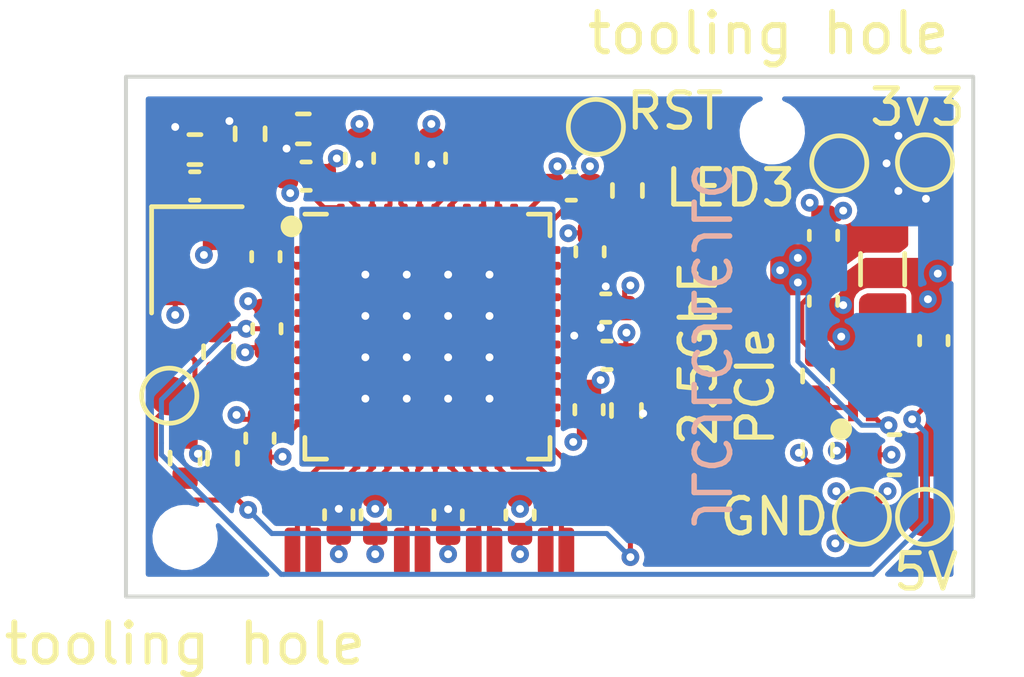
<source format=kicad_pcb>
(kicad_pcb (version 20221018) (generator pcbnew)
  (layers (0 "F.Cu" signal) (1 "In1.Cu" signal) (2 "In2.Cu" signal) (31 "B.Cu" signal) (34 "B.Paste" user) (35 "F.Paste" user) (36 "B.SilkS" user "B.Silkscreen") (37 "F.SilkS" user "F.Silkscreen") (38 "B.Mask" user) (39 "F.Mask" user) (44 "Edge.Cuts" user))
  (net 0 "")
  (net 1 "GND")
  (net 2 "Net-(U2-IN)")
  (net 3 "Net-(U2-LX)")
  (net 4 "Net-(U2-FB)")
  (net 8 "/REG_EN")
  (net 10 "AVDD09")
  (net 16 "Net-(U1-CKXTAL1)")
  (net 17 "Net-(C20-Pad1)")
  (net 18 "Net-(U1-CKXTAL2)")
  (net 19 "Net-(U1-RSET)")
  (net 20 "Net-(R4-Pad2)")
  (net 21 "/MDI0+")
  (net 22 "/MDI0-")
  (net 23 "/MDI1+")
  (net 24 "/MDI1-")
  (net 25 "/MDI2+")
  (net 26 "/MDI2-")
  (net 27 "/MDI3+")
  (net 28 "/MDI3-")
  (net 29 "Net-(U1-PERSTB)")
  (net 30 "/REFCLK+")
  (net 31 "/REFCLK-")
  (net 32 "/TX+")
  (net 33 "/TX-")
  (net 34 "/RX+")
  (net 35 "/RX-")
  (net 36 "Net-(R6-Pad1)")
  (net 37 "+3V3")
  (net 38 "Net-(U1-ISOLATEB)")
  (net 39 "Net-(U1-CLKREQB)")
  (net 40 "Net-(U1-LANWAKEB)")
  (net 41 "Net-(U1-EESK{slash}SPISCK{slash}LED1)")
  (net 42 "Net-(U1-EEDO{slash}SPISO{slash}LED2)")
  (net 43 "Net-(U1-LED3)")
  (footprint "Resistor_SMD:R_0402_1005Metric" (layer "F.Cu") (at 114.45 58.384999 90)
    (fp_text reference "R3" hide)
    (fp_text value "100R")
  )
  (footprint "TestPoint:TestPoint_Pad_D1.0mm" (layer "F.Cu") (at 113.2 59.5)
    (fp_text reference "TP5" hide)
    (fp_text value "LED2")
  )
  (footprint "TestPoint:TestPoint_Pad_D1.0mm" (layer "F.Cu") (at 130.2 53.6)
    (fp_text reference "TP6" hide)
    (fp_text value "LED3")
  )
  (footprint "Signal_Pad:SignalPad" (layer "F.Cu") (at 120.925 63.45)
    (fp_text reference "J5" hide)
    (fp_text value "Conn_01x01")
  )
  (footprint "Resistor_SMD:R_0402_1005Metric" (layer "F.Cu") (at 129.65 59.000001 -90)
    (fp_text reference "R2" hide)
    (fp_text value "120k")
  )
  (footprint "Signal_Pad:SignalPad" (layer "F.Cu") (at 119.625 63.45)
    (fp_text reference "J4" hide)
    (fp_text value "Conn_01x01")
  )
  (footprint "Signal_Pad:SignalPad" (layer "F.Cu") (at 123.275 63.45)
    (fp_text reference "J8" hide)
    (fp_text value "Conn_01x01")
  )
  (footprint "Signal_Pad:SignalPad" (layer "F.Cu") (at 121.825 52.55)
    (fp_text reference "J12" hide)
    (fp_text value "Conn_01x01")
  )
  (footprint "Resistor_SMD:R_0402_1005Metric" (layer "F.Cu") (at 129.65 60.890002 -90)
    (fp_text reference "R1" hide)
    (fp_text value "68k")
  )
  (footprint "Resistor_SMD:R_0402_1005Metric" (layer "F.Cu") (at 113.85 53.25)
    (fp_text reference "R9" hide)
    (fp_text value "2.2k")
  )
  (footprint "Signal_Pad:SignalPad" (layer "F.Cu") (at 119.2 52.55)
    (fp_text reference "J9" hide)
    (fp_text value "Conn_01x01")
  )
  (footprint "Capacitor_SMD:C_0402_1005Metric" (layer "F.Cu") (at 116.67 53.925 180)
    (fp_text reference "C5" hide)
    (fp_text value "1uF")
  )
  (footprint "Signal_Pad:SignalPad" (layer "F.Cu") (at 118.675 52.55)
    (fp_text reference "J10" hide)
    (fp_text value "Conn_01x01")
  )
  (footprint "Resistor_SMD:R_0402_1005Metric" (layer "F.Cu") (at 114.55 61.090001 -90)
    (fp_text reference "R4" hide)
    (fp_text value "1.5k")
  )
  (footprint "Capacitor_SMD:C_0402_1005Metric" (layer "F.Cu") (at 129.8 55.430001 90)
    (fp_text reference "C11" hide)
    (fp_text value "10uF")
  )
  (footprint "TestPoint:TestPoint_Pad_D1.0mm" (layer "F.Cu") (at 132.375 53.575001)
    (fp_text reference "TP4" hide)
    (fp_text value "+3V3")
  )
  (footprint "TestPoint:TestPoint_Pad_D1.0mm" (layer "F.Cu") (at 130.775 62.575001)
    (fp_text reference "TP3" hide)
    (fp_text value "GND")
  )
  (footprint "Capacitor_SMD:C_0402_1005Metric" (layer "F.Cu") (at 129.799999 57.100001 -90)
    (fp_text reference "C1" hide)
    (fp_text value "10uF")
  )
  (footprint "Inductor_SMD:L_0805_2012Metric" (layer "F.Cu") (at 131.3 56.287501 90)
    (fp_text reference "L1" hide)
    (fp_text value "1.5uH")
  )
  (footprint "Signal_Pad:SignalPad" (layer "F.Cu") (at 121.025 52.55)
    (fp_text reference "J13" hide)
    (fp_text value "Conn_01x01")
  )
  (footprint "Resistor_SMD:R_0402_1005Metric" (layer "F.Cu") (at 124.8 59.875 90)
    (fp_text reference "R10" hide)
    (fp_text value "2.2k")
  )
  (footprint "Capacitor_SMD:C_0402_1005Metric" (layer "F.Cu") (at 123.4 54.175)
    (fp_text reference "C10" hide)
    (fp_text value "1uF")
  )
  (footprint "Package_QFN_Silergy:QFN-7_1.5x1.5mm" (layer "F.Cu") (at 131.025 59.150001 90)
    (fp_text reference "U2" hide)
    (fp_text value "SY8843")
  )
  (footprint "Capacitor_SMD:C_0402_1005Metric" (layer "F.Cu") (at 124.275 57.275)
    (fp_text reference "C15" hide)
    (fp_text value "1uF")
  )
  (footprint "ToolingHole:ToolingHole_JLCSMT" (layer "F.Cu") (at 128.5 52.8)
    (fp_text reference "H2" hide)
    (fp_text value "ToolingHole")
  )
  (footprint "Capacitor_SMD:C_0402_1005Metric" (layer "F.Cu") (at 115.5 60.58 -90)
    (fp_text reference "C7" hide)
    (fp_text value "1uF")
  )
  (footprint "ToolingHole:ToolingHole_JLCSMT" (layer "F.Cu") (at 113.6 63.1)
    (fp_text reference "H1" hide)
    (fp_text value "ToolingHole")
  )
  (footprint "Capacitor_SMD:C_0402_1005Metric" (layer "F.Cu") (at 115.675 57.8 90)
    (fp_text reference "C4" hide)
    (fp_text value "1uF")
  )
  (footprint "Resistor_SMD:R_0402_1005Metric" (layer "F.Cu") (at 115.25 52.85 -90)
    (fp_text reference "R7" hide)
    (fp_text value "2.2k")
  )
  (footprint "Capacitor_SMD:C_0402_1005Metric" (layer "F.Cu") (at 115.65 55.97 90)
    (fp_text reference "C20" hide)
    (fp_text value "20pF")
  )
  (footprint "Signal_Pad:SignalPad" (layer "F.Cu") (at 122.75 63.45)
    (fp_text reference "J7" hide)
    (fp_text value "Conn_01x01")
  )
  (footprint "Signal_Pad:SignalPad" (layer "F.Cu") (at 121.45 63.45)
    (fp_text reference "J6" hide)
    (fp_text value "Conn_01x01")
  )
  (footprint "TestPoint:TestPoint_Pad_D1.0mm" (layer "F.Cu") (at 124.025 52.675)
    (fp_text reference "TP1" hide)
    (fp_text value "PERSTB")
  )
  (footprint "Signal_Pad:SignalPad" (layer "F.Cu") (at 116.325 63.45)
    (fp_text reference "J1" hide)
    (fp_text value "Conn_01x01")
  )
  (footprint "TestPoint:TestPoint_Pad_D1.0mm" (layer "F.Cu") (at 132.375 62.575001)
    (fp_text reference "TP2" hide)
    (fp_text value "+5V")
  )
  (footprint "Capacitor_SMD:C_0402_1005Metric" (layer "F.Cu") (at 118.425 62.525 -90)
    (fp_text reference "C8" hide)
    (fp_text value "1uF")
  )
  (footprint "Capacitor_SMD:C_0402_1005Metric" (layer "F.Cu") (at 132.6 58.100001 90)
    (fp_text reference "C2" hide)
    (fp_text value "4.7uF")
  )
  (footprint "Resistor_SMD:R_0402_1005Metric" (layer "F.Cu") (at 113.6 61.084999 90)
    (fp_text reference "R5" hide)
    (fp_text value "1k")
  )
  (footprint "Capacitor_SMD:C_0402_1005Metric" (layer "F.Cu") (at 120.275 62.53 -90)
    (fp_text reference "C16" hide)
    (fp_text value "1uF")
  )
  (footprint "Crystal:Crystal_SMD_2016-4Pin_2.0x1.6mm" (layer "F.Cu") (at 113.9 56.05 -90)
    (fp_text reference "Y1" hide)
    (fp_text value "25MHz")
  )
  (footprint "Resistor_SMD:R_0402_1005Metric" (layer "F.Cu") (at 116.6 52.725)
    (fp_text reference "R8" hide)
    (fp_text value "2.2k")
  )
  (footprint "Capacitor_SMD:C_0402_1005Metric" (layer "F.Cu") (at 119.85 53.47 90)
    (fp_text reference "C13" hide)
    (fp_text value "1uF")
  )
  (footprint "Signal_Pad:SignalPad" (layer "F.Cu") (at 119.1 63.45)
    (fp_text reference "J3" hide)
    (fp_text value "Conn_01x01")
  )
  (footprint "Capacitor_SMD:C_0402_1005Metric" (layer "F.Cu") (at 122.1 62.53 -90)
    (fp_text reference "C9" hide)
    (fp_text value "1uF")
  )
  (footprint "Capacitor_SMD:C_0402_1005Metric" (layer "F.Cu") (at 124.305 58.475)
    (fp_text reference "C18" hide)
    (fp_text value "1uF")
  )
  (footprint "Signal_Pad:SignalPad" (layer "F.Cu") (at 120.5 52.55)
    (fp_text reference "J14" hide)
    (fp_text value "Conn_01x01")
  )
  (footprint "Capacitor_SMD:C_0603_1608Metric" (layer "F.Cu") (at 131.6 61.000001 180)
    (fp_text reference "C3" hide)
    (fp_text value "10uF HV")
  )
  (footprint "Capacitor_SMD:C_0402_1005Metric" (layer "F.Cu") (at 113.845 54.175)
    (fp_text reference "C19" hide)
    (fp_text value "20pF")
  )
  (footprint "Capacitor_SMD:C_0402_1005Metric" (layer "F.Cu") (at 117.5 62.525 -90)
    (fp_text reference "C14" hide)
    (fp_text value "1uF")
  )
  (footprint "Signal_Pad:SignalPad" (layer "F.Cu") (at 116.85 63.45)
    (fp_text reference "J2" hide)
    (fp_text value "Conn_01x01")
  )
  (footprint "Capacitor_SMD:C_0402_1005Metric" (layer "F.Cu") (at 123.875 55.845 90)
    (fp_text reference "C12" hide)
    (fp_text value "100nF")
  )
  (footprint "Resistor_SMD:R_0402_1005Metric" (layer "F.Cu") (at 124.825 54.290001 -90)
    (fp_text reference "R6" hide)
    (fp_text value "100R")
  )
  (footprint "Package_DFN_QFN:QFN-48-1EP_6x6mm_P0.4mm_EP4.2x4.2mm_ThermalVias" (layer "F.Cu") (at 119.75 58)
    (fp_text reference "U1" hide)
    (fp_text value "RTL8125BG")
  )
  (footprint "Signal_Pad:SignalPad" (layer "F.Cu") (at 122.35 52.55)
    (fp_text reference "J11" hide)
    (fp_text value "Conn_01x01")
  )
  (footprint "Capacitor_SMD:C_0402_1005Metric" (layer "F.Cu") (at 123.85 59.855 -90)
    (fp_text reference "C6" hide)
    (fp_text value "1uF")
  )
  (footprint "Capacitor_SMD:C_0402_1005Metric" (layer "F.Cu") (at 118.025 53.47 90)
    (fp_text reference "C17" hide)
    (fp_text value "1uF")
  )
  (gr_circle (center 116.3 55.2) (end 116.5 55.2) (stroke (width 0.15)) (fill solid) (layer "F.SilkS"))
  (gr_circle (center 130.25 60.35) (end 130.45 60.35) (stroke (width 0.15)) (fill solid) (layer "F.SilkS"))
  (gr_rect (start 112.1 51.4) (end 133.6 64.6) (stroke (width 0.1)) (fill none) (layer "Edge.Cuts"))
  (gr_text "JLCJLCJLCJLC" (at 126.4 62.95 -90) (layer "B.SilkS") (effects (font (size 0.9 0.9) (thickness 0.14)) (justify left bottom mirror)))
  (gr_text "5V" (at 131.5 64.5) (layer "F.SilkS") (effects (font (size 0.9 0.9) (thickness 0.13)) (justify left bottom)))
  (gr_text "GND" (at 127.1 63.1) (layer "F.SilkS") (effects (font (size 0.9 0.9) (thickness 0.13)) (justify left bottom)))
  (gr_text "LED3" (at 125.7 54.75) (layer "F.SilkS") (effects (font (size 0.9 0.9) (thickness 0.13)) (justify left bottom)))
  (gr_text "2.5GbE\nPCIe" (at 128.6 60.85 90) (layer "F.SilkS") (effects (font (size 0.9 0.9) (thickness 0.13)) (justify left bottom)))
  (gr_text "RST" (at 124.725 52.8) (layer "F.SilkS") (effects (font (size 0.9 0.9) (thickness 0.13)) (justify left bottom)))
  (gr_text "3v3" (at 130.9 52.7) (layer "F.SilkS") (effects (font (size 0.9 0.9) (thickness 0.13)) (justify left bottom)))
  (segment (start 130.646555 60.896556) (end 130.75 61.000001) (width 0.127) (layer "F.Cu") (net 1))
  (segment (start 116.065 61.06) (end 116.075 61.05) (width 0.127) (layer "F.Cu") (net 1))
  (segment (start 118.425 63.005) (end 118.425 63.525) (width 0.127) (layer "F.Cu") (net 1))
  (segment (start 114.415 55.49) (end 114.4 55.475) (width 0.127) (layer "F.Cu") (net 1))
  (segment (start 130.240272 61.000001) (end 130.136827 60.896556) (width 0.127) (layer "F.Cu") (net 1))
  (segment (start 115.5 61.06) (end 116.065 61.06) (width 0.127) (layer "F.Cu") (net 1))
  (segment (start 113.35 56.75) (end 113.35 57.45) (width 0.127) (layer "F.Cu") (net 1))
  (segment (start 130.775 62.575001) (end 130.125 61.925001) (width 0.25) (layer "F.Cu") (net 1))
  (segment (start 123.88 54.175) (end 123.88 53.68) (width 0.127) (layer "F.Cu") (net 1))
  (segment (start 114.45 55.554255) (end 114.078073 55.926182) (width 0.127) (layer "F.Cu") (net 1))
  (segment (start 124.755 56.845) (end 124.9 56.7) (width 0.127) (layer "F.Cu") (net 1))
  (segment (start 124.785 58.475) (end 124.785 57.915) (width 0.127) (layer "F.Cu") (net 1))
  (segment (start 130.136827 60.896556) (end 130.646555 60.896556) (width 0.127) (layer "F.Cu") (net 1))
  (segment (start 129.625001 61.400002) (end 129.175 60.950001) (width 0.127) (layer "F.Cu") (net 1))
  (segment (start 129.799999 57.580001) (end 129.919999 57.580001) (width 0.127) (layer "F.Cu") (net 1))
  (segment (start 120.75 56.175) (end 120.725 56.2) (width 0.127) (layer "F.Cu") (net 1))
  (segment (start 114.45 55.35) (end 114.45 54.175) (width 0.127) (layer "F.Cu") (net 1))
  (segment (start 124.755 57.275) (end 124.755 56.845) (width 0.127) (layer "F.Cu") (net 1))
  (segment (start 118.025 52.99) (end 118.025 52.6) (width 0.127) (layer "F.Cu") (net 1))
  (segment (start 122.1 63.01) (end 122.1 63.525) (width 0.127) (layer "F.Cu") (net 1))
  (segment (start 113.6 60.574999) (end 113.6 60.65) (width 0.127) (layer "F.Cu") (net 1))
  (segment (start 120.75 55.05) (end 120.75 56.175) (width 0.127) (layer "F.Cu") (net 1))
  (segment (start 129.8 54.950001) (end 129.699999 54.950001) (width 0.127) (layer "F.Cu") (net 1))
  (segment (start 130.775 62.575001) (end 131.425 61.925001) (width 0.25) (layer "F.Cu") (net 1))
  (segment (start 117.5 63.005) (end 117.5 63.525) (width 0.127) (layer "F.Cu") (net 1))
  (segment (start 130.15 54.950001) (end 130.3 54.800001) (width 0.25) (layer "F.Cu") (net 1))
  (segment (start 123.88 53.68) (end 123.875 53.675) (width 0.127) (layer "F.Cu") (net 1))
  (segment (start 115.675 57.32) (end 115.421502 57.32) (width 0.127) (layer "F.Cu") (net 1))
  (segment (start 123.79 60.335) (end 123.45 60.675) (width 0.127) (layer "F.Cu") (net 1))
  (segment (start 123.335 55.365) (end 123.325 55.375) (width 0.127) (layer "F.Cu") (net 1))
  (segment (start 123.85 60.335) (end 123.79 60.335) (width 0.127) (layer "F.Cu") (net 1))
  (segment (start 113.6 60.65) (end 113.925 60.975) (width 0.127) (layer "F.Cu") (net 1))
  (segment (start 116.19 53.925) (end 116.19 54.27833) (width 0.127) (layer "F.Cu") (net 1))
  (segment (start 130.775 62.575001) (end 130.775 61.075001) (width 0.25) (layer "F.Cu") (net 1))
  (segment (start 116.19 54.27833) (end 116.268058 54.356388) (width 0.127) (layer "F.Cu") (net 1))
  (segment (start 129.919999 57.580001) (end 130.3 57.2) (width 0.127) (layer "F.Cu") (net 1))
  (segment (start 129.8 54.95) (end 129.45 54.6) (width 0.127) (layer "F.Cu") (net 1))
  (segment (start 130.775 62.575001) (end 130.1 63.25) (width 0.25) (layer "F.Cu") (net 1))
  (segment (start 129.8 54.950001) (end 129.8 54.95) (width 0.127) (layer "F.Cu") (net 1))
  (segment (start 124.785 57.915) (end 124.8 57.9) (width 0.127) (layer "F.Cu") (net 1))
  (segment (start 129.65 61.400002) (end 129.625001 61.400002) (width 0.127) (layer "F.Cu") (net 1))
  (segment (start 120.275 63.01) (end 120.275 63.525) (width 0.127) (layer "F.Cu") (net 1))
  (segment (start 114.45 55.35) (end 114.45 55.554255) (width 0.127) (layer "F.Cu") (net 1))
  (segment (start 115.65 55.49) (end 114.415 55.49) (width 0.127) (layer "F.Cu") (net 1))
  (segment (start 130.825 61.000001) (end 131.525 61.000001) (width 0.127) (layer "F.Cu") (net 1))
  (segment (start 123.875 55.365) (end 123.335 55.365) (width 0.127) (layer "F.Cu") (net 1))
  (segment (start 119.85 52.99) (end 119.85 52.6) (width 0.127) (layer "F.Cu") (net 1))
  (segment (start 129.8 54.950001) (end 130.15 54.950001) (width 0.25) (layer "F.Cu") (net 1))
  (segment (start 114.43 55.17) (end 114.425 55.175) (width 0.127) (layer "F.Cu") (net 1))
  (segment (start 115.421502 57.32) (end 115.201502 57.1) (width 0.127) (layer "F.Cu") (net 1))
  (segment (start 116.19 53.925) (end 116.19 53.965) (width 0.127) (layer "F.Cu") (net 1))
  (via (at 123.325 55.375) (size 0.45) (drill 0.2) (layers "F.Cu" "B.Cu") (net 1))
  (via (at 130.3 57.2) (size 0.45) (drill 0.2) (layers "F.Cu" "B.Cu") (net 1))
  (via (at 130.249999 58.000001) (size 0.45) (drill 0.2) (layers "F.Cu" "B.Cu") (net 1))
  (via (at 130.136827 60.896556) (size 0.45) (drill 0.2) (layers "F.Cu" "B.Cu") (net 1))
  (via (at 123.45 60.675) (size 0.45) (drill 0.2) (layers "F.Cu" "B.Cu") (net 1))
  (via (at 124.9 56.7) (size 0.45) (drill 0.2) (layers "F.Cu" "B.Cu") (net 1))
  (via (at 115.201502 57.1) (size 0.45) (drill 0.2) (layers "F.Cu" "B.Cu") (net 1))
  (via (at 113.35 57.45) (size 0.45) (drill 0.2) (layers "F.Cu" "B.Cu") (net 1))
  (via (at 116.268058 54.356388) (size 0.45) (drill 0.2) (layers "F.Cu" "B.Cu") (net 1))
  (via (at 118.025 52.6) (size 0.45) (drill 0.2) (layers "F.Cu" "B.Cu") (net 1))
  (via (at 118.425 63.525) (size 0.45) (drill 0.2) (layers "F.Cu" "B.Cu") (net 1))
  (via (at 114.078073 55.926182) (size 0.45) (drill 0.2) (layers "F.Cu" "B.Cu") (net 1))
  (via (at 116.075 61.05) (size 0.45) (drill 0.2) (layers "F.Cu" "B.Cu") (net 1))
  (via (at 119.85 52.6) (size 0.45) (drill 0.2) (layers "F.Cu" "B.Cu") (net 1))
  (via (at 123.875 53.675) (size 0.45) (drill 0.2) (layers "F.Cu" "B.Cu") (net 1))
  (via (at 129.45 54.6) (size 0.45) (drill 0.2) (layers "F.Cu" "B.Cu") (net 1))
  (via (at 132.7 56.4) (size 0.45) (drill 0.2) (layers "F.Cu" "B.Cu") (net 1))
  (via (at 129.175 60.950001) (size 0.45) (drill 0.2) (layers "F.Cu" "B.Cu") (net 1))
  (via (at 113.925 60.975) (size 0.45) (drill 0.2) (layers "F.Cu" "B.Cu") (net 1))
  (via (at 131.425 61.925001) (size 0.45) (drill 0.2) (layers "F.Cu" "B.Cu") (net 1))
  (via (at 120.275 63.525) (size 0.45) (drill 0.2) (layers "F.Cu" "B.Cu") (net 1))
  (via (at 122.1 63.525) (size 0.45) (drill 0.2) (layers "F.Cu" "B.Cu") (net 1))
  (via (at 117.5 63.525) (size 0.45) (drill 0.2) (layers "F.Cu" "B.Cu") (net 1))
  (via (at 130.1 63.25) (size 0.45) (drill 0.2) (layers "F.Cu" "B.Cu") (net 1))
  (via (at 131.525 61.000001) (size 0.45) (drill 0.2) (layers "F.Cu" "B.Cu") (net 1))
  (via (at 124.8 57.9) (size 0.45) (drill 0.2) (layers "F.Cu" "B.Cu") (net 1))
  (via (at 130.3 54.800001) (size 0.45) (drill 0.2) (layers "F.Cu" "B.Cu") (net 1))
  (via (at 132.45 57.050001) (size 0.45) (drill 0.2) (layers "F.Cu" "B.Cu") (net 1))
  (via (at 130.125 61.925001) (size 0.45) (drill 0.2) (layers "F.Cu" "B.Cu") (net 1))
  (segment (start 132.599999 58.580001) (end 132.6155 58.595501) (width 0.25) (layer "F.Cu") (net 2))
  (segment (start 132.6155 60.884501) (end 132.5 61.000001) (width 0.25) (layer "F.Cu") (net 2))
  (segment (start 132.375 62.575001) (end 132.375 61.025001) (width 0.25) (layer "F.Cu") (net 2))
  (segment (start 130 59.800001) (end 129.75 59.550002) (width 0.127) (layer "F.Cu") (net 4))
  (segment (start 130.55 59.800001) (end 130 59.800001) (width 0.127) (layer "F.Cu") (net 4))
  (segment (start 129.65 59.510001) (end 129.65 60.400001) (width 0.127) (layer "F.Cu") (net 4))
  (segment (start 132.3 59.400001) (end 132.3 59.850001) (width 0.127) (layer "F.Cu") (net 8))
  (segment (start 132.15 60.000001) (end 132.05 60.100001) (width 0.127) (layer "F.Cu") (net 8))
  (segment (start 131.7 59.150001) (end 132.05 59.15) (width 0.127) (layer "F.Cu") (net 8))
  (segment (start 116.8 57.8) (end 115.15 57.8) (width 0.127) (layer "F.Cu") (net 8))
  (segment (start 132.05 59.15) (end 132.3 59.400001) (width 0.127) (layer "F.Cu") (net 8))
  (segment (start 132.3 59.850001) (end 132.15 60.000001) (width 0.127) (layer "F.Cu") (net 8))
  (via (at 115.15 57.8) (size 0.45) (drill 0.2) (layers "F.Cu" "B.Cu") (net 8))
  (via (at 132.05 60.100001) (size 0.45) (drill 0.2) (layers "F.Cu" "B.Cu") (net 8))
  (segment (start 115.15 57.8) (end 114.8 57.8) (width 0.127) (layer "B.Cu") (net 8))
  (segment (start 132.4 60.450001) (end 132.05 60.100001) (width 0.127) (layer "B.Cu") (net 8))
  (segment (start 116.0365 64.0365) (end 116.1 64.0365) (width 0.127) (layer "B.Cu") (net 8))
  (segment (start 131.0635 64.0365) (end 132.4 62.7) (width 0.127) (layer "B.Cu") (net 8))
  (segment (start 114.8 57.8) (end 113 59.6) (width 0.127) (layer "B.Cu") (net 8))
  (segment (start 113 59.6) (end 113 60.7) (width 0.127) (layer "B.Cu") (net 8))
  (segment (start 113 61) (end 116.0365 64.0365) (width 0.127) (layer "B.Cu") (net 8))
  (segment (start 116.1 64.0365) (end 131.0635 64.0365) (width 0.127) (layer "B.Cu") (net 8))
  (segment (start 132.4 62.7) (end 132.4 60.450001) (width 0.127) (layer "B.Cu") (net 8))
  (segment (start 113 60.7) (end 113 61) (width 0.127) (layer "B.Cu") (net 8))
  (segment (start 118.45 62.075) (end 118.425 62.1) (width 0.127) (layer "F.Cu") (net 10))
  (segment (start 118.45 61.65) (end 118.45 62.075) (width 0.127) (layer "F.Cu") (net 10))
  (segment (start 118.75 61.35) (end 118.45 61.65) (width 0.127) (layer "F.Cu") (net 10))
  (segment (start 123.85 59.375) (end 123.85 59.387925) (width 0.127) (layer "F.Cu") (net 10))
  (segment (start 122.1 62.075) (end 122.1 62.4035) (width 0.127) (layer "F.Cu") (net 10))
  (segment (start 129.25 58.100001) (end 129.65 58.500001) (width 0.127) (layer "F.Cu") (net 10))
  (segment (start 129.8 56.620001) (end 129.25 57.170001) (width 0.127) (layer "F.Cu") (net 10))
  (segment (start 117.15 53.925) (end 117.15 53.775) (width 0.127) (layer "F.Cu") (net 10))
  (segment (start 115.5 60.1) (end 115.015288 60.1) (width 0.127) (layer "F.Cu") (net 10))
  (segment (start 116.1 58.6) (end 115.775 58.275) (width 0.127) (layer "F.Cu") (net 10))
  (segment (start 123.85 59.375) (end 123.872326 59.375) (width 0.127) (layer "F.Cu") (net 10))
  (segment (start 129.8 56.620001) (end 129.155 56.620001) (width 0.127) (layer "F.Cu") (net 10))
  (segment (start 115.245 58.28) (end 115.125 58.4) (width 0.127) (layer "F.Cu") (net 10))
  (segment (start 122.92 54.18) (end 122.275 54.825) (width 0.127) (layer "F.Cu") (net 10))
  (segment (start 121.7 61.9) (end 122.275 61.9) (width 0.127) (layer "F.Cu") (net 10))
  (segment (start 115.5 60.1) (end 115.95 60.1) (width 0.127) (layer "F.Cu") (net 10))
  (segment (start 122.275 54.825) (end 122 54.825) (width 0.127) (layer "F.Cu") (net 10))
  (segment (start 122.92 54.175) (end 122.92 54.18) (width 0.127) (layer "F.Cu") (net 10))
  (segment (start 121.15 60.95) (end 121.15 61.35) (width 0.127) (layer "F.Cu") (net 10))
  (segment (start 131.3 60.250001) (end 131 59.950001) (width 0.127) (layer "F.Cu") (net 10))
  (segment (start 123.05 54.045) (end 123.05 53.925) (width 0.127) (layer "F.Cu") (net 10))
  (segment (start 129.25 57.170001) (end 129.25 58.100001) (width 0.127) (layer "F.Cu") (net 10))
  (segment (start 115.015288 60.1) (end 114.904135 59.988847) (width 0.127) (layer "F.Cu") (net 10))
  (segment (start 117.95 55.05) (end 117.95 54.684882) (width 0.127) (layer "F.Cu") (net 10))
  (segment (start 131.45 60.250001) (end 131.3 60.250001) (width 0.127) (layer "F.Cu") (net 10))
  (segment (start 123.4 59) (end 123.9 59.5) (width 0.127) (layer "F.Cu") (net 10))
  (segment (start 118.75 60.95) (end 118.75 61.35) (width 0.127) (layer "F.Cu") (net 10))
  (segment (start 118.425 62.045) (end 118.425 62.3735) (width 0.127) (layer "F.Cu") (net 10))
  (segment (start 117.15 53.775) (end 117.45 53.475) (width 0.127) (layer "F.Cu") (net 10))
  (segment (start 123.05 53.925) (end 123.05 53.675) (width 0.127) (layer "F.Cu") (net 10))
  (segment (start 115.95 60.1) (end 116.25 59.8) (width 0.127) (layer "F.Cu") (net 10))
  (segment (start 117.190118 53.925) (end 117.175 53.925) (width 0.127) (layer "F.Cu") (net 10))
  (segment (start 116.8 58.6) (end 116.1 58.6) (width 0.127) (layer "F.Cu") (net 10))
  (segment (start 123.872326 59.375) (end 124.145758 59.101568) (width 0.127) (layer "F.Cu") (net 10))
  (segment (start 116.25 59.8) (end 116.775 59.8) (width 0.127) (layer "F.Cu") (net 10))
  (segment (start 129.155 56.620001) (end 129.15 56.625001) (width 0.127) (layer "F.Cu") (net 10))
  (segment (start 122.92 54.175) (end 123.05 54.045) (width 0.127) (layer "F.Cu") (net 10))
  (segment (start 115.675 58.28) (end 115.245 58.28) (width 0.127) (layer "F.Cu") (net 10))
  (segment (start 117.95 54.684882) (end 117.190118 53.925) (width 0.127) (layer "F.Cu") (net 10))
  (segment (start 121.15 61.35) (end 121.7 61.9) (width 0.127) (layer "F.Cu") (net 10))
  (segment (start 122.7 59) (end 123.4 59) (width 0.127) (layer "F.Cu") (net 10))
  (via (at 129.15 56.625001) (size 0.45) (drill 0.2) (layers "F.Cu" "B.Cu") (net 10))
  (via (at 129.15 56.000001) (size 0.45) (drill 0.2) (layers "F.Cu" "B.Cu") (net 10))
  (via (at 118.425 62.3735) (size 0.45) (drill 0.2) (layers "F.Cu" "B.Cu") (net 10))
  (via (at 123.05 53.675) (size 0.45) (drill 0.2) (layers "F.Cu" "B.Cu") (net 10))
  (via (at 115.125 58.4) (size 0.45) (drill 0.2) (layers "F.Cu" "B.Cu") (net 10))
  (via (at 131.45 60.250001) (size 0.45) (drill 0.2) (layers "F.Cu" "B.Cu") (net 10))
  (via (at 128.7 56.315001) (size 0.45) (drill 0.2) (layers "F.Cu" "B.Cu") (net 10))
  (via (at 124.145758 59.101568) (size 0.45) (drill 0.2) (layers "F.Cu" "B.Cu") (net 10))
  (via (at 117.45 53.475) (size 0.45) (drill 0.2) (layers "F.Cu" "B.Cu") (net 10))
  (via (at 114.904135 59.988847) (size 0.45) (drill 0.2) (layers "F.Cu" "B.Cu") (net 10))
  (via (at 122.1 62.375) (size 0.45) (drill 0.2) (layers "F.Cu" "B.Cu") (net 10))
  (segment (start 129.15 58.625001) (end 129.15 56.625001) (width 0.127) (layer "B.Cu") (net 10))
  (segment (start 131.45 60.250001) (end 130.775 60.250001) (width 0.127) (layer "B.Cu") (net 10))
  (segment (start 130.775 60.250001) (end 129.15 58.625001) (width 0.127) (layer "B.Cu") (net 10))
  (segment (start 113.85 59.075326) (end 113.85 58.6) (width 0.127) (layer "F.Cu") (net 16))
  (segment (start 113.987337 59.212663) (end 113.85 59.075326) (width 0.127) (layer "F.Cu") (net 16))
  (segment (start 114.174674 59.4) (end 113.987337 59.212663) (width 0.127) (layer "F.Cu") (net 16))
  (segment (start 113.365 55.235) (end 113.325 55.275) (width 0.127) (layer "F.Cu") (net 16))
  (segment (start 113.85 58.6) (end 112.725 57.475) (width 0.127) (layer "F.Cu") (net 16))
  (segment (start 112.725 57.475) (end 112.725 57.25) (width 0.127) (layer "F.Cu") (net 16))
  (segment (start 112.725 57.25) (end 112.725 55.975) (width 0.127) (layer "F.Cu") (net 16))
  (segment (start 113.365 54.175) (end 113.365 55.235) (width 0.127) (layer "F.Cu") (net 16))
  (segment (start 116.8 59.4) (end 114.174674 59.4) (width 0.127) (layer "F.Cu") (net 16))
  (segment (start 112.725 55.975) (end 113.35 55.35) (width 0.127) (layer "F.Cu") (net 16))
  (segment (start 114.45 56.75) (end 114.5 56.75) (width 0.127) (layer "F.Cu") (net 17))
  (segment (start 114.65 56.45) (end 114.6 56.5) (width 0.127) (layer "F.Cu") (net 17))
  (segment (start 114.45 57.874999) (end 114.45 56.725) (width 0.127) (layer "F.Cu") (net 17))
  (segment (start 115.65 56.45) (end 114.65 56.45) (width 0.127) (layer "F.Cu") (net 17))
  (segment (start 116.8 59) (end 114.45 59) (width 0.127) (layer "F.Cu") (net 18))
  (segment (start 115.975 59) (end 116.75 59) (width 0.127) (layer "F.Cu") (net 18))
  (segment (start 115.85 60.575) (end 114.55 60.575) (width 0.127) (layer "F.Cu") (net 19))
  (segment (start 115.85 60.575) (end 116.1 60.575) (width 0.127) (layer "F.Cu") (net 19))
  (segment (start 116.1 60.575) (end 116.475 60.2) (width 0.127) (layer "F.Cu") (net 19))
  (segment (start 113.600001 61.600001) (end 113.6 61.6) (width 0.127) (layer "F.Cu") (net 20))
  (segment (start 114.55 61.600001) (end 113.600001 61.600001) (width 0.127) (layer "F.Cu") (net 20))
  (segment (start 116.45 61.85629) (end 116.99479 61.3115) (width 0.127) (layer "F.Cu") (net 21))
  (segment (start 116.99479 61.3115) (end 117.4885 61.3115) (width 0.127) (layer "F.Cu") (net 21))
  (segment (start 116.45 62.95) (end 116.45 61.85629) (width 0.127) (layer "F.Cu") (net 21))
  (segment (start 116.325 63.45) (end 116.325 63.075) (width 0.127) (layer "F.Cu") (net 21))
  (segment (start 117.4885 61.3115) (end 117.575 61.225) (width 0.127) (layer "F.Cu") (net 21))
  (segment (start 116.325 63.075) (end 116.45 62.95) (width 0.127) (layer "F.Cu") (net 21))
  (segment (start 116.85 63.45) (end 116.85 63.275) (width 0.127) (layer "F.Cu") (net 22))
  (segment (start 117.95 60.95) (end 117.95 61.315118) (width 0.127) (layer "F.Cu") (net 22))
  (segment (start 117.699617 61.5655) (end 117.1 61.5655) (width 0.127) (layer "F.Cu") (net 22))
  (segment (start 117.95 61.315118) (end 117.699617 61.5655) (width 0.127) (layer "F.Cu") (net 22))
  (segment (start 116.725 61.9405) (end 117.1 61.5655) (width 0.127) (layer "F.Cu") (net 22))
  (segment (start 116.85 63.275) (end 116.725 63.15) (width 0.127) (layer "F.Cu") (net 22))
  (segment (start 116.725 63.15) (end 116.725 61.9405) (width 0.127) (layer "F.Cu") (net 22))
  (segment (start 119.225 61.4) (end 119.125 61.3) (width 0.127) (layer "F.Cu") (net 23))
  (segment (start 119.1 63.45) (end 119.1 63.075) (width 0.127) (layer "F.Cu") (net 23))
  (segment (start 119.125 61.3) (end 119.125 61.225) (width 0.127) (layer "F.Cu") (net 23))
  (segment (start 119.15 61.05) (end 119.125 61.025) (width 0.127) (layer "F.Cu") (net 23))
  (segment (start 119.225 62.95) (end 119.225 61.4) (width 0.127) (layer "F.Cu") (net 23))
  (segment (start 119.1 63.075) (end 119.225 62.95) (width 0.127) (layer "F.Cu") (net 23))
  (segment (start 119.5 63) (end 119.5 61.4) (width 0.127) (layer "F.Cu") (net 24))
  (segment (start 119.625 63.45) (end 119.625 63.125) (width 0.127) (layer "F.Cu") (net 24))
  (segment (start 119.625 63.125) (end 119.5 63) (width 0.127) (layer "F.Cu") (net 24))
  (segment (start 119.5 61.4) (end 119.55 61.35) (width 0.127) (layer "F.Cu") (net 24))
  (segment (start 119.55 61.35) (end 119.55 60.95) (width 0.127) (layer "F.Cu") (net 24))
  (segment (start 121.05 62.95) (end 121.05 62.025) (width 0.127) (layer "F.Cu") (net 25))
  (segment (start 120.35 61.325) (end 120.9 61.875) (width 0.127) (layer "F.Cu") (net 25))
  (segment (start 120.35 60.95) (end 120.35 61.325) (width 0.127) (layer "F.Cu") (net 25))
  (segment (start 120.925 63.45) (end 120.925 63.075) (width 0.127) (layer "F.Cu") (net 25))
  (segment (start 121.05 62.025) (end 120.9 61.875) (width 0.127) (layer "F.Cu") (net 25))
  (segment (start 120.925 63.075) (end 121.05 62.95) (width 0.127) (layer "F.Cu") (net 25))
  (segment (start 121.325 61.925) (end 120.75 61.35) (width 0.127) (layer "F.Cu") (net 26))
  (segment (start 121.45 63.45) (end 121.325 63.325) (width 0.127) (layer "F.Cu") (net 26))
  (segment (start 121.325 63.325) (end 121.325 61.925) (width 0.127) (layer "F.Cu") (net 26))
  (segment (start 120.75 61.35) (end 120.75 60.95) (width 0.127) (layer "F.Cu") (net 26))
  (segment (start 122.75 63.45) (end 122.75 63.025) (width 0.127) (layer "F.Cu") (net 27))
  (segment (start 122.875 62.9) (end 122.875 61.9655) (width 0.127) (layer "F.Cu") (net 27))
  (segment (start 122.75 63.025) (end 122.875 62.9) (width 0.127) (layer "F.Cu") (net 27))
  (segment (start 122.875 61.9655) (end 122.475 61.5655) (width 0.127) (layer "F.Cu") (net 27))
  (segment (start 121.55 61.325) (end 121.7905 61.5655) (width 0.127) (layer "F.Cu") (net 27))
  (segment (start 121.7905 61.5655) (end 122.475 61.5655) (width 0.127) (layer "F.Cu") (net 27))
  (segment (start 121.55 60.95) (end 121.55 61.325) (width 0.127) (layer "F.Cu") (net 27))
  (segment (start 123.275 63.45) (end 123.15 63.325) (width 0.127) (layer "F.Cu") (net 28))
  (segment (start 122.58021 61.3115) (end 122.0365 61.3115) (width 0.127) (layer "F.Cu") (net 28))
  (segment (start 123.15 61.88129) (end 122.58021 61.3115) (width 0.127) (layer "F.Cu") (net 28))
  (segment (start 123.15 63.325) (end 123.15 61.88129) (width 0.127) (layer "F.Cu") (net 28))
  (segment (start 122.0365 61.3115) (end 121.95 61.225) (width 0.127) (layer "F.Cu") (net 28))
  (segment (start 123.174999 54.800001) (end 122.7 55.275) (width 0.127) (layer "F.Cu") (net 29))
  (segment (start 122.7 55.275) (end 122.7 55.8) (width 0.127) (layer "F.Cu") (net 29))
  (segment (start 124.825 54.800001) (end 123.174999 54.800001) (width 0.127) (layer "F.Cu") (net 29))
  (segment (start 119.075 54.625) (end 119.175 54.725) (width 0.127) (layer "F.Cu") (net 30))
  (segment (start 119.075 52.55) (end 119.075 54.625) (width 0.127) (layer "F.Cu") (net 30))
  (segment (start 119.2 52.55) (end 119.075 52.55) (width 0.127) (layer "F.Cu") (net 30))
  (segment (start 118.8 52.675) (end 118.8 54.65) (width 0.127) (layer "F.Cu") (net 31))
  (segment (start 118.675 52.55) (end 118.8 52.675) (width 0.127) (layer "F.Cu") (net 31))
  (segment (start 118.8 54.65) (end 118.775 54.675) (width 0.127) (layer "F.Cu") (net 31))
  (segment (start 121.525 54.53421) (end 121.525 54.9) (width 0.127) (layer "F.Cu") (net 32))
  (segment (start 122.225 52.7) (end 122.225 53.83421) (width 0.127) (layer "F.Cu") (net 32))
  (segment (start 122.225 53.83421) (end 121.525 54.53421) (width 0.127) (layer "F.Cu") (net 32))
  (segment (start 122.35 52.55) (end 122.225 52.675) (width 0.127) (layer "F.Cu") (net 32))
  (segment (start 121.9595 52.7095) (end 121.9595 53.7405) (width 0.127) (layer "F.Cu") (net 33))
  (segment (start 121.9595 53.7405) (end 121.175 54.525) (width 0.127) (layer "F.Cu") (net 33))
  (segment (start 121.825 52.55) (end 121.9595 52.6845) (width 0.127) (layer "F.Cu") (net 33))
  (segment (start 121.175 54.525) (end 121.175 55) (width 0.127) (layer "F.Cu") (net 33))
  (segment (start 120.9 53.05) (end 120.9 54.1) (width 0.127) (layer "F.Cu") (net 34))
  (segment (start 121.025 52.55) (end 121.025 52.925) (width 0.127) (layer "F.Cu") (net 34))
  (segment (start 120.325 54.675) (end 120.325 55.05) (width 0.127) (layer "F.Cu") (net 34))
  (segment (start 120.9 54.1) (end 120.325 54.675) (width 0.127) (layer "F.Cu") (net 34))
  (segment (start 121.025 52.925) (end 120.9 53.05) (width 0.127) (layer "F.Cu") (net 34))
  (segment (start 120.514487 54.120395) (end 119.975 54.659882) (width 0.127) (layer "F.Cu") (net 35))
  (segment (start 120.6345 52.6845) (end 120.6345 54.00629) (width 0.127) (layer "F.Cu") (net 35))
  (segment (start 120.5 52.55) (end 120.6345 52.6845) (width 0.127) (layer "F.Cu") (net 35))
  (segment (start 120.6345 54.00629) (end 120.520395 54.120395) (width 0.127) (layer "F.Cu") (net 35))
  (segment (start 119.975 54.659882) (end 119.975 55.175) (width 0.127) (layer "F.Cu") (net 35))
  (segment (start 120.520395 54.120395) (end 120.514487 54.120395) (width 0.127) (layer "F.Cu") (net 35))
  (segment (start 124.825 53.780001) (end 124.825 53.7) (width 0.127) (layer "F.Cu") (net 36))
  (segment (start 124.825 53.7) (end 124.05 52.925) (width 0.127) (layer "F.Cu") (net 36))
  (segment (start 124.05 52.925) (end 124.05 52.725) (width 0.127) (layer "F.Cu") (net 36))
  (segment (start 132.375 53.575001) (end 132.375 53.625) (width 0.127) (layer "F.Cu") (net 37))
  (segment (start 118.35 54.5) (end 118.2 54.35) (width 0.127) (layer "F.Cu") (net 37))
  (segment (start 132.375 53.575001) (end 132.375 54.475) (width 0.127) (layer "F.Cu") (net 37))
  (segment (start 123.525 56.6) (end 123.85 56.275) (width 0.127) (layer "F.Cu") (net 37))
  (segment (start 118.35 55.05) (end 118.35 54.5) (width 0.127) (layer "F.Cu") (net 37))
  (segment (start 118.025 53.95) (end 118.025 53.6215) (width 0.127) (layer "F.Cu") (net 37))
  (segment (start 132.375 53.625) (end 131.7 54.3) (width 0.127) (layer "F.Cu") (net 37))
  (segment (start 117.647602 62.045) (end 118.35 61.342602) (width 0.127) (layer "F.Cu") (net 37))
  (segment (start 114.91 52.34) (end 114.725 52.525) (width 0.127) (layer "F.Cu") (net 37))
  (segment (start 118.2 54.35) (end 118.2 53.95) (width 0.127) (layer "F.Cu") (net 37))
  (segment (start 117.5 62.045) (end 117.647602 62.045) (width 0.127) (layer "F.Cu") (net 37))
  (segment (start 113.34 53.25) (end 113.34 52.685) (width 0.127) (layer "F.Cu") (net 37))
  (segment (start 122.7 57) (end 123.5 57) (width 0.127) (layer "F.Cu") (net 37))
  (segment (start 115.25 52.34) (end 114.91 52.34) (width 0.127) (layer "F.Cu") (net 37))
  (segment (start 132.375 53.575001) (end 131.7 52.9) (width 0.127) (layer "F.Cu") (net 37))
  (segment (start 132.375 54.475) (end 132.4 54.5) (width 0.127) (layer "F.Cu") (net 37))
  (segment (start 116.09 52.725) (end 116.09 53.14) (width 0.127) (layer "F.Cu") (net 37))
  (segment (start 123.795 57.42) (end 124.15 57.775) (width 0.127) (layer "F.Cu") (net 37))
  (segment (start 123.5 57) (end 123.825 57.325) (width 0.127) (layer "F.Cu") (net 37))
  (segment (start 116.09 53.14) (end 116.175 53.225) (width 0.127) (layer "F.Cu") (net 37))
  (segment (start 119.55 55.05) (end 119.55 53.95) (width 0.127) (layer "F.Cu") (net 37))
  (segment (start 119.85 53.95) (end 119.85 53.6215) (width 0.127) (layer "F.Cu") (net 37))
  (segment (start 113.34 52.685) (end 113.35 52.675) (width 0.127) (layer "F.Cu") (net 37))
  (segment (start 118.35 61.342602) (end 118.35 60.925) (width 0.127) (layer "F.Cu") (net 37))
  (segment (start 119.95 60.95) (end 119.95 61.675) (width 0.127) (layer "F.Cu") (net 37))
  (segment (start 124.8 60.385) (end 124.8 60.375) (width 0.127) (layer "F.Cu") (net 37))
  (segment (start 122.7 56.6) (end 123.525 56.6) (width 0.127) (layer "F.Cu") (net 37))
  (segment (start 132.375 53.575001) (end 131.424999 53.575001) (width 0.127) (layer "F.Cu") (net 37))
  (segment (start 123.825 58.475) (end 123.875 58.475) (width 0.127) (layer "F.Cu") (net 37))
  (segment (start 123.825 58.325) (end 123.475 57.975) (width 0.127) (layer "F.Cu") (net 37))
  (segment (start 123.795 57.275) (end 123.795 57.42) (width 0.127) (layer "F.Cu") (net 37))
  (segment (start 123.825 58.475) (end 123.825 58.325) (width 0.127) (layer "F.Cu") (net 37))
  (segment (start 124.8 60.375) (end 125.225 59.95) (width 0.127) (layer "F.Cu") (net 37))
  (segment (start 117.5 62.045) (end 117.5 62.3735) (width 0.127) (layer "F.Cu") (net 37))
  (segment (start 119.95 61.675) (end 120.275 62) (width 0.127) (layer "F.Cu") (net 37))
  (segment (start 120.275 62.05) (end 120.275 62.3785) (width 0.127) (layer "F.Cu") (net 37))
  (segment (start 122.7 58.6) (end 123.825 58.6) (width 0.127) (layer "F.Cu") (net 37))
  (segment (start 123.875 56.325) (end 124.275 56.725) (width 0.127) (layer "F.Cu") (net 37))
  (segment (start 131.424999 53.575001) (end 131.4 53.6) (width 0.127) (layer "F.Cu") (net 37))
  (via (at 116.175 53.225) (size 0.45) (drill 0.2) (layers "F.Cu" "B.Cu") (net 37))
  (via (at 119.85 53.6215) (size 0.45) (drill 0.2) (layers "F.Cu" "B.Cu") (net 37))
  (via (at 132.4 54.5) (size 0.45) (drill 0.2) (layers "F.Cu" "B.Cu") (net 37))
  (via (at 118.025 53.6215) (size 0.45) (drill 0.2) (layers "F.Cu" "B.Cu") (net 37))
  (via (at 123.475 57.975) (size 0.45) (drill 0.2) (layers "F.Cu" "B.Cu") (net 37))
  (via (at 113.35 52.675) (size 0.45) (drill 0.2) (layers "F.Cu" "B.Cu") (net 37))
  (via (at 124.275 56.725) (size 0.45) (drill 0.2) (layers "F.Cu" "B.Cu") (net 37))
  (via (at 120.275 62.3785) (size 0.45) (drill 0.2) (layers "F.Cu" "B.Cu") (net 37))
  (via (at 114.725 52.525) (size 0.45) (drill 0.2) (layers "F.Cu" "B.Cu") (net 37))
  (via (at 125.225 59.95) (size 0.45) (drill 0.2) (layers "F.Cu" "B.Cu") (net 37))
  (via (at 117.5 62.3735) (size 0.45) (drill 0.2) (layers "F.Cu" "B.Cu") (net 37))
  (via (at 131.7 54.3) (size 0.45) (drill 0.2) (layers "F.Cu" "B.Cu") (net 37))
  (via (at 124.15 57.775) (size 0.45) (drill 0.2) (layers "F.Cu" "B.Cu") (net 37))
  (via (at 131.4 53.6) (size 0.45) (drill 0.2) (layers "F.Cu" "B.Cu") (net 37))
  (via (at 131.7 52.9) (size 0.45) (drill 0.2) (layers "F.Cu" "B.Cu") (net 37))
  (segment (start 115.25 53.925936) (end 115.5 54.175936) (width 0.127) (layer "F.Cu") (net 38))
  (segment (start 115.25 53.36) (end 115.25 53.925936) (width 0.127) (layer "F.Cu") (net 38))
  (segment (start 116.8 55.46579) (end 116.789854 55.46579) (width 0.127) (layer "F.Cu") (net 38))
  (segment (start 116.789854 55.46579) (end 115.5 54.175936) (width 0.127) (layer "F.Cu") (net 38))
  (segment (start 116.8 55.8) (end 116.8 55.46579) (width 0.127) (layer "F.Cu") (net 38))
  (segment (start 117.55 54.725) (end 117.125 54.725) (width 0.127) (layer "F.Cu") (net 39))
  (segment (start 116.675 54.275) (end 116.675 53.225) (width 0.127) (layer "F.Cu") (net 39))
  (segment (start 117.125 54.725) (end 116.675 54.275) (width 0.127) (layer "F.Cu") (net 39))
  (segment (start 116.675 53.225) (end 117.15 52.75) (width 0.127) (layer "F.Cu") (net 39))
  (segment (start 116.175 55.237602) (end 114.3 53.362602) (width 0.127) (layer "F.Cu") (net 40))
  (segment (start 114.3 53.362602) (end 114.3 53.2) (width 0.127) (layer "F.Cu") (net 40))
  (segment (start 116.4 56.2) (end 116.175 55.975) (width 0.127) (layer "F.Cu") (net 40))
  (segment (start 116.8 56.2) (end 116.4 56.2) (width 0.127) (layer "F.Cu") (net 40))
  (segment (start 116.175 55.975) (end 116.175 55.237602) (width 0.127) (layer "F.Cu") (net 40))
  (segment (start 124.325 59.85) (end 124.8 59.375) (width 0.127) (layer "F.Cu") (net 41))
  (segment (start 123.097602 59.4) (end 123.547602 59.85) (width 0.127) (layer "F.Cu") (net 41))
  (segment (start 123.547602 59.85) (end 124.325 59.85) (width 0.127) (layer "F.Cu") (net 41))
  (segment (start 122.7 59.4) (end 123.097602 59.4) (width 0.127) (layer "F.Cu") (net 41))
  (segment (start 115.2 62.4) (end 114.95 62.15) (width 0.127) (layer "F.Cu") (net 42))
  (segment (start 123.3 61.2) (end 124.9 62.8) (width 0.127) (layer "F.Cu") (net 42))
  (segment (start 112.85 60.4) (end 112.85 60.1) (width 0.127) (layer "F.Cu") (net 42))
  (segment (start 122.7 60.2) (end 122.7 60.6) (width 0.127) (layer "F.Cu") (net 42))
  (segment (start 122.7 60.2) (end 122.9 60.2) (width 0.127) (layer "F.Cu") (net 42))
  (segment (start 114.95 62.15) (end 113.2 62.15) (width 0.127) (layer "F.Cu") (net 42))
  (segment (start 124.9 62.8) (end 124.9 63.6) (width 0.127) (layer "F.Cu") (net 42))
  (segment (start 112.85 61.8) (end 112.85 60.4) (width 0.127) (layer "F.Cu") (net 42))
  (segment (start 112.85 60.1) (end 113.2 59.75) (width 0.127) (layer "F.Cu") (net 42))
  (segment (start 113.2 62.15) (end 112.85 61.8) (width 0.127) (layer "F.Cu") (net 42))
  (segment (start 122.7 60.6) (end 123.3 61.2) (width 0.127) (layer "F.Cu") (net 42))
  (via (at 124.9 63.6) (size 0.45) (drill 0.2) (layers "F.Cu" "B.Cu") (net 42))
  (via (at 115.2 62.4) (size 0.45) (drill 0.2) (layers "F.Cu" "B.Cu") (net 42))
  (segment (start 121.5 63) (end 115.8 63) (width 0.127) (layer "B.Cu") (net 42))
  (segment (start 124.9 63.6) (end 124.3 63) (width 0.127) (layer "B.Cu") (net 42))
  (segment (start 115.8 63) (end 115.2 62.4) (width 0.127) (layer "B.Cu") (net 42))
  (segment (start 124.3 63) (end 121.5 63) (width 0.127) (layer "B.Cu") (net 42))
  (segment (start 123.572602 55.85) (end 127 55.85) (width 0.127) (layer "F.Cu") (net 43))
  (segment (start 123.222602 56.2) (end 123.572602 55.85) (width 0.127) (layer "F.Cu") (net 43))
  (segment (start 130.2 53.6) (end 129.25 53.6) (width 0.127) (layer "F.Cu") (net 43))
  (segment (start 129.25 53.6) (end 127 55.85) (width 0.127) (layer "F.Cu") (net 43))
  (segment (start 122.7 56.2) (end 123.222602 56.2) (width 0.127) (layer "F.Cu") (net 43))
  (zone (net 2) (net_name "Net-(U2-IN)") (layer "F.Cu") (priority 5) (connect_pads yes (clearance 0.127)) (min_thickness 0.127) (fill yes (thermal_gap 0.5) (thermal_bridge_width 0.5))
    (polygon (pts (xy 131.3 58.850001) (xy 131.3 58.550001) (xy 132.25 58.250001) (xy 133 58.250001) (xy 133 61.550001) (xy 131.9 61.550002) (xy 131.9 58.850001)))
  )
  (zone (net 3) (net_name "Net-(U2-LX)") (layer "F.Cu") (priority 100) (connect_pads yes (clearance 0.127)) (min_thickness 0.127) (fill yes (thermal_gap 0.5) (thermal_bridge_width 0.5))
    (polygon (pts (xy 130.85 59.3) (xy 130.85 56.900001) (xy 131.9 56.900001) (xy 131.9 57.750001) (xy 131.15 58.450002) (xy 131.15 59.3)))
  )
  (zone (net 10) (net_name "AVDD09") (layer "F.Cu") (connect_pads yes (clearance 0.127)) (min_thickness 0.127) (fill yes (thermal_gap 0.5) (thermal_bridge_width 0.5))
    (polygon (pts (xy 131.95 54.750001) (xy 130.75 54.750001) (xy 129.45 55.650001) (xy 128.45 55.650001) (xy 128.45 56.950001) (xy 130.4 56.95) (xy 131.949999 55.700001)))
  )
  (zone (net 1) (net_name "GND") (layer "F.Cu") (priority 10) (connect_pads yes (clearance 0.127)) (min_thickness 0.127) (fill yes (thermal_gap 0.5) (thermal_bridge_width 0.5))
    (polygon (pts (xy 130.7 59.3) (xy 131.7 57.400001) (xy 132.1 58.100001) (xy 133.05 58.100001) (xy 133.05 56) (xy 132.15 56.000001) (xy 130.85 56.000001) (xy 130.3 56.400001) (xy 129.45 57.300001) (xy 129.45 58.2) (xy 130.35 59.300001)))
  )
  (zone (net 0) (net_name "") (layers "In1.Cu" "In2.Cu" "B.Cu") (connect_pads yes (clearance 0)) (min_thickness 0.127)
    (keepout (tracks allowed) (vias allowed) (pads allowed) (copperpour not_allowed) (footprints allowed))
    (fill (thermal_gap 0.5) (thermal_bridge_width 0.5))
    (polygon (pts (xy 130.4 55.2) (xy 132.2 55.2) (xy 132.2 57.4) (xy 130.4 57.4)))
  )
  (zone (net 37) (net_name "+3V3") (layer "B.Cu") (priority 1) (connect_pads yes (clearance 0.127)) (min_thickness 0.127) (fill yes (thermal_gap 0.5) (thermal_bridge_width 0.5))
    (polygon (pts (xy 112 51) (xy 134 51) (xy 134 65) (xy 112 65)))
  )
  (zone (net 1) (net_name "GND") (layer "B.Cu") (priority 100) (connect_pads yes (clearance 0.127)) (min_thickness 0.127) (fill yes (thermal_gap 0.5) (thermal_bridge_width 0.5))
    (polygon (pts (xy 116.5 54.7) (xy 123 54.7) (xy 123 61.3) (xy 116.5 61.3)))
  )
)
</source>
